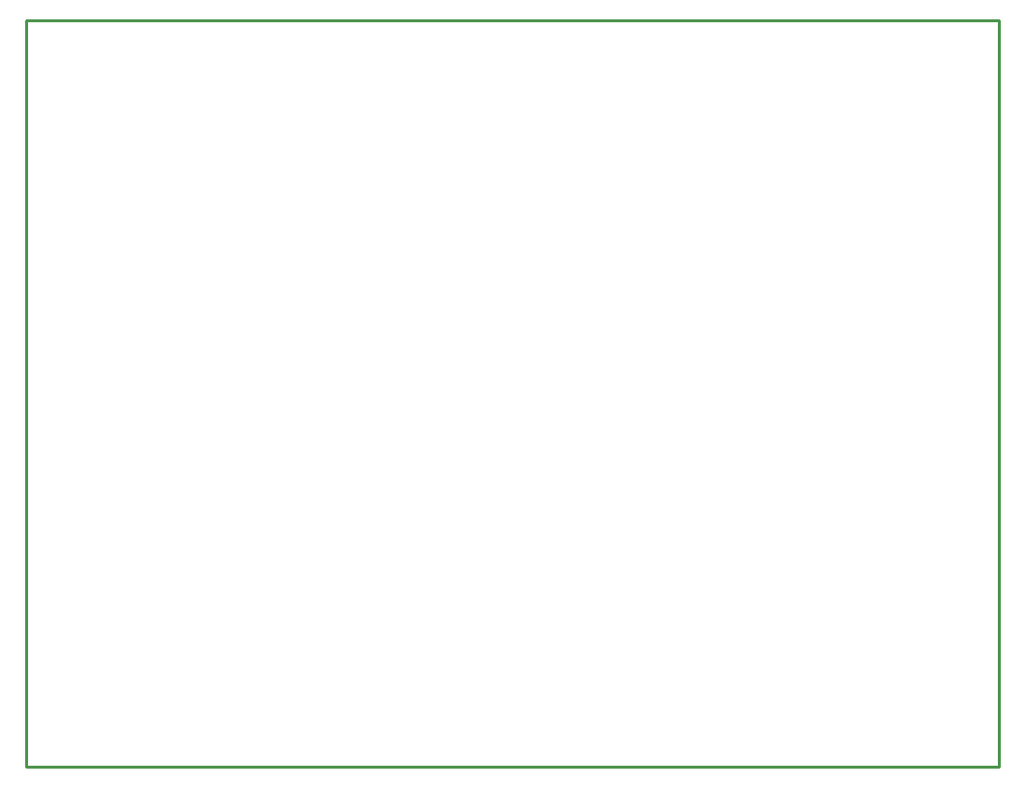
<source format=gm1>
G04*
G04 #@! TF.GenerationSoftware,Altium Limited,Altium Designer,21.6.4 (81)*
G04*
G04 Layer_Color=16711935*
%FSLAX43Y43*%
%MOMM*%
G71*
G04*
G04 #@! TF.SameCoordinates,1146F813-5535-4065-A757-17352E4361FB*
G04*
G04*
G04 #@! TF.FilePolarity,Positive*
G04*
G01*
G75*
%ADD11C,0.254*%
D11*
X31750Y55245D02*
Y120650D01*
Y55245D02*
X116840D01*
Y120650D01*
X31750D02*
X116840D01*
M02*

</source>
